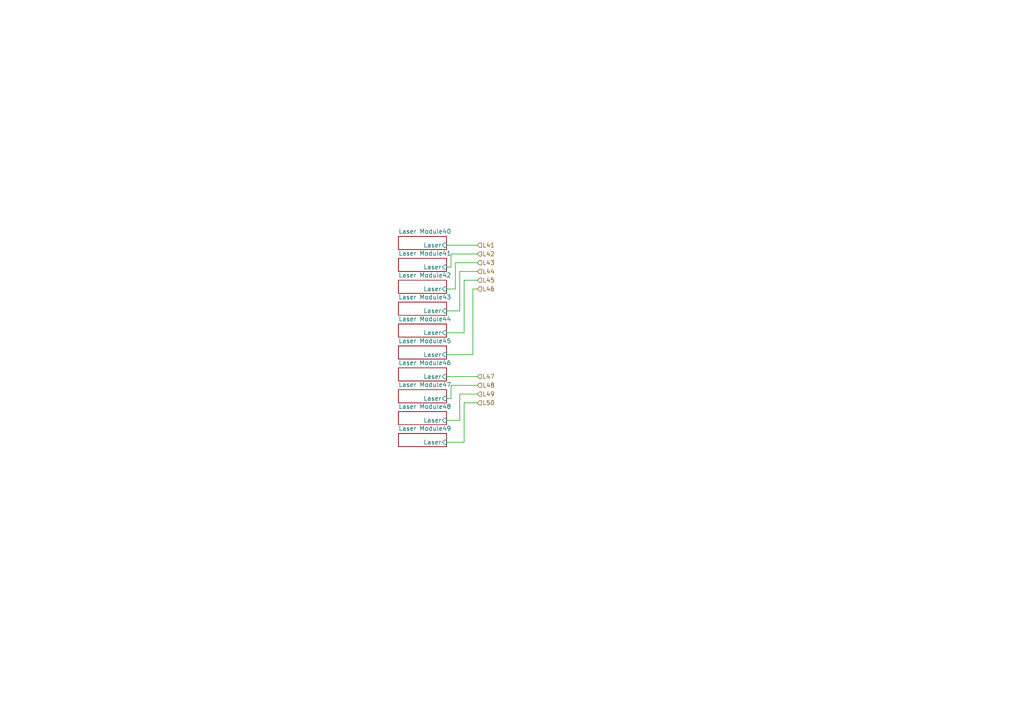
<source format=kicad_sch>
(kicad_sch
	(version 20250114)
	(generator "eeschema")
	(generator_version "9.0")
	(uuid "87b59079-e5fa-4039-8d66-48506bce3302")
	(paper "A4")
	(lib_symbols)
	(wire
		(pts
			(xy 133.35 114.3) (xy 138.43 114.3)
		)
		(stroke
			(width 0)
			(type default)
		)
		(uuid "07a6ac31-bddb-4d67-b76b-7c6422578574")
	)
	(wire
		(pts
			(xy 129.54 109.22) (xy 138.43 109.22)
		)
		(stroke
			(width 0)
			(type default)
		)
		(uuid "105f8e66-85d4-4ea9-bc5b-fa620d0bf1f9")
	)
	(wire
		(pts
			(xy 129.54 71.12) (xy 138.43 71.12)
		)
		(stroke
			(width 0)
			(type default)
		)
		(uuid "1819b0d5-9e0b-4103-a4e3-d7aba17f02f2")
	)
	(wire
		(pts
			(xy 129.54 77.47) (xy 130.81 77.47)
		)
		(stroke
			(width 0)
			(type default)
		)
		(uuid "1a7d3411-9adf-4313-9fc2-4afb22f63358")
	)
	(wire
		(pts
			(xy 130.81 73.66) (xy 138.43 73.66)
		)
		(stroke
			(width 0)
			(type default)
		)
		(uuid "234220b8-063d-4d65-937b-4ec940b24c62")
	)
	(wire
		(pts
			(xy 132.08 83.82) (xy 129.54 83.82)
		)
		(stroke
			(width 0)
			(type default)
		)
		(uuid "2ba0a85b-193e-4797-9e4d-d9a8061d7642")
	)
	(wire
		(pts
			(xy 134.62 116.84) (xy 134.62 128.27)
		)
		(stroke
			(width 0)
			(type default)
		)
		(uuid "2df2a98e-36a9-4781-8f4d-6dfebeaa9233")
	)
	(wire
		(pts
			(xy 138.43 76.2) (xy 132.08 76.2)
		)
		(stroke
			(width 0)
			(type default)
		)
		(uuid "3e12d435-32f3-4091-9520-e73c5abee611")
	)
	(wire
		(pts
			(xy 137.16 102.87) (xy 129.54 102.87)
		)
		(stroke
			(width 0)
			(type default)
		)
		(uuid "520824d0-ae3f-4abe-ac12-753883ea8577")
	)
	(wire
		(pts
			(xy 137.16 83.82) (xy 137.16 102.87)
		)
		(stroke
			(width 0)
			(type default)
		)
		(uuid "5e972f4a-d93c-497b-b64a-be5bd1f216b8")
	)
	(wire
		(pts
			(xy 138.43 83.82) (xy 137.16 83.82)
		)
		(stroke
			(width 0)
			(type default)
		)
		(uuid "6f25353a-6d42-411e-b0d0-967767bdbbe6")
	)
	(wire
		(pts
			(xy 138.43 81.28) (xy 134.62 81.28)
		)
		(stroke
			(width 0)
			(type default)
		)
		(uuid "7e954bc3-53b8-4edc-9b63-583eb80908f6")
	)
	(wire
		(pts
			(xy 133.35 90.17) (xy 133.35 78.74)
		)
		(stroke
			(width 0)
			(type default)
		)
		(uuid "89cb72c8-7c79-4c4b-8641-f2f32ecc7508")
	)
	(wire
		(pts
			(xy 130.81 77.47) (xy 130.81 73.66)
		)
		(stroke
			(width 0)
			(type default)
		)
		(uuid "97a7d590-13eb-4cc0-a257-90004af9de80")
	)
	(wire
		(pts
			(xy 129.54 90.17) (xy 133.35 90.17)
		)
		(stroke
			(width 0)
			(type default)
		)
		(uuid "a15c1e55-fcfb-4648-a3f4-e2e907dd7b28")
	)
	(wire
		(pts
			(xy 138.43 111.76) (xy 130.81 111.76)
		)
		(stroke
			(width 0)
			(type default)
		)
		(uuid "adae5a02-008f-413a-8130-b8421cd758ca")
	)
	(wire
		(pts
			(xy 134.62 96.52) (xy 129.54 96.52)
		)
		(stroke
			(width 0)
			(type default)
		)
		(uuid "afbcec98-ae33-40ed-99e7-651ac04200c4")
	)
	(wire
		(pts
			(xy 134.62 128.27) (xy 129.54 128.27)
		)
		(stroke
			(width 0)
			(type default)
		)
		(uuid "b3548021-1eba-4820-9ff9-25dc03a616b8")
	)
	(wire
		(pts
			(xy 138.43 116.84) (xy 134.62 116.84)
		)
		(stroke
			(width 0)
			(type default)
		)
		(uuid "b6909b6b-7097-4de6-a941-bd8663ebcbd9")
	)
	(wire
		(pts
			(xy 134.62 81.28) (xy 134.62 96.52)
		)
		(stroke
			(width 0)
			(type default)
		)
		(uuid "befadbe3-36b0-4a3a-8bd5-ff0834ab0671")
	)
	(wire
		(pts
			(xy 129.54 121.92) (xy 133.35 121.92)
		)
		(stroke
			(width 0)
			(type default)
		)
		(uuid "c35ae380-a8da-46a5-bcbf-6983b60740a1")
	)
	(wire
		(pts
			(xy 133.35 78.74) (xy 138.43 78.74)
		)
		(stroke
			(width 0)
			(type default)
		)
		(uuid "c8e44600-195c-4968-8abe-b1607a50cb9a")
	)
	(wire
		(pts
			(xy 133.35 121.92) (xy 133.35 114.3)
		)
		(stroke
			(width 0)
			(type default)
		)
		(uuid "c919c996-3f64-44f0-a3e0-e3262ed0e93a")
	)
	(wire
		(pts
			(xy 132.08 76.2) (xy 132.08 83.82)
		)
		(stroke
			(width 0)
			(type default)
		)
		(uuid "ddbdeb67-dd1a-43ef-83c2-79621462f96e")
	)
	(wire
		(pts
			(xy 130.81 115.57) (xy 129.54 115.57)
		)
		(stroke
			(width 0)
			(type default)
		)
		(uuid "e560d4f6-33cc-4863-82d3-bbf6e9b80937")
	)
	(wire
		(pts
			(xy 130.81 111.76) (xy 130.81 115.57)
		)
		(stroke
			(width 0)
			(type default)
		)
		(uuid "e7631d24-4b79-4290-85a3-acf98ade0cf1")
	)
	(hierarchical_label "L45"
		(shape input)
		(at 138.43 81.28 0)
		(effects
			(font
				(size 1.27 1.27)
			)
			(justify left)
		)
		(uuid "07f2a3b5-3a86-450b-b438-c48bc205efba")
	)
	(hierarchical_label "L47"
		(shape input)
		(at 138.43 109.22 0)
		(effects
			(font
				(size 1.27 1.27)
			)
			(justify left)
		)
		(uuid "08a01225-b5a2-4c3a-bf1c-250e38d75ae2")
	)
	(hierarchical_label "L43"
		(shape input)
		(at 138.43 76.2 0)
		(effects
			(font
				(size 1.27 1.27)
			)
			(justify left)
		)
		(uuid "2cba4ed2-106d-410b-ae0a-d20f6d770368")
	)
	(hierarchical_label "L49"
		(shape input)
		(at 138.43 114.3 0)
		(effects
			(font
				(size 1.27 1.27)
			)
			(justify left)
		)
		(uuid "424b9d27-1059-493f-b346-c23dd4a2fd08")
	)
	(hierarchical_label "L50"
		(shape input)
		(at 138.43 116.84 0)
		(effects
			(font
				(size 1.27 1.27)
			)
			(justify left)
		)
		(uuid "8c1bdce2-b7b4-4a9a-a67d-a00776159c8d")
	)
	(hierarchical_label "L46"
		(shape input)
		(at 138.43 83.82 0)
		(effects
			(font
				(size 1.27 1.27)
			)
			(justify left)
		)
		(uuid "a7b9787b-563f-4ba1-bbfc-c72581305a56")
	)
	(hierarchical_label "L42"
		(shape input)
		(at 138.43 73.66 0)
		(effects
			(font
				(size 1.27 1.27)
			)
			(justify left)
		)
		(uuid "b5478880-c3d1-4bf5-a972-233bcdfedb46")
	)
	(hierarchical_label "L41"
		(shape input)
		(at 138.43 71.12 0)
		(effects
			(font
				(size 1.27 1.27)
			)
			(justify left)
		)
		(uuid "cb6732e1-c889-4c64-b027-9eafb4d0d1cf")
	)
	(hierarchical_label "L48"
		(shape input)
		(at 138.43 111.76 0)
		(effects
			(font
				(size 1.27 1.27)
			)
			(justify left)
		)
		(uuid "d296b289-5624-4434-b8c6-396cbf3e4f09")
	)
	(hierarchical_label "L44"
		(shape input)
		(at 138.43 78.74 0)
		(effects
			(font
				(size 1.27 1.27)
			)
			(justify left)
		)
		(uuid "db9e83a3-593f-44da-950c-9483c95a6e0a")
	)
	(sheet
		(at 115.57 106.68)
		(size 13.97 3.81)
		(exclude_from_sim no)
		(in_bom yes)
		(on_board yes)
		(dnp no)
		(fields_autoplaced yes)
		(stroke
			(width 0.1524)
			(type solid)
		)
		(fill
			(color 0 0 0 0.0000)
		)
		(uuid "34a424d0-a99d-415d-b9ce-b33863ce4b18")
		(property "Sheetname" "Laser Module46"
			(at 115.57 105.9684 0)
			(effects
				(font
					(size 1.27 1.27)
				)
				(justify left bottom)
			)
		)
		(property "Sheetfile" "untitled.kicad_sch"
			(at 115.57 111.0746 0)
			(effects
				(font
					(size 1.27 1.27)
				)
				(justify left top)
				(hide yes)
			)
		)
		(pin "Laser" input
			(at 129.54 109.22 0)
			(uuid "d742ffeb-8c84-42a7-bc73-a91ba416bd48")
			(effects
				(font
					(size 1.27 1.27)
				)
				(justify right)
			)
		)
		(instances
			(project "laserboard_2.0"
				(path "/ea355f14-8be2-44af-b81d-a2bbe9832d12/70daf87b-a5ef-4e75-a85e-0d0c1cd21008"
					(page "49")
				)
			)
		)
	)
	(sheet
		(at 115.57 81.28)
		(size 13.97 3.81)
		(exclude_from_sim no)
		(in_bom yes)
		(on_board yes)
		(dnp no)
		(fields_autoplaced yes)
		(stroke
			(width 0.1524)
			(type solid)
		)
		(fill
			(color 0 0 0 0.0000)
		)
		(uuid "3527de80-8710-4741-bb35-7532e2815be7")
		(property "Sheetname" "Laser Module42"
			(at 115.57 80.5684 0)
			(effects
				(font
					(size 1.27 1.27)
				)
				(justify left bottom)
			)
		)
		(property "Sheetfile" "untitled.kicad_sch"
			(at 115.57 85.6746 0)
			(effects
				(font
					(size 1.27 1.27)
				)
				(justify left top)
				(hide yes)
			)
		)
		(pin "Laser" input
			(at 129.54 83.82 0)
			(uuid "2bcf2f63-b771-4fff-bd0a-9f96588bef6c")
			(effects
				(font
					(size 1.27 1.27)
				)
				(justify right)
			)
		)
		(instances
			(project "laserboard_2.0"
				(path "/ea355f14-8be2-44af-b81d-a2bbe9832d12/70daf87b-a5ef-4e75-a85e-0d0c1cd21008"
					(page "45")
				)
			)
		)
	)
	(sheet
		(at 115.57 125.73)
		(size 13.97 3.81)
		(exclude_from_sim no)
		(in_bom yes)
		(on_board yes)
		(dnp no)
		(fields_autoplaced yes)
		(stroke
			(width 0.1524)
			(type solid)
		)
		(fill
			(color 0 0 0 0.0000)
		)
		(uuid "5ae28461-2631-44ea-a13a-6ef2c9bd523f")
		(property "Sheetname" "Laser Module49"
			(at 115.57 125.0184 0)
			(effects
				(font
					(size 1.27 1.27)
				)
				(justify left bottom)
			)
		)
		(property "Sheetfile" "untitled.kicad_sch"
			(at 115.57 130.1246 0)
			(effects
				(font
					(size 1.27 1.27)
				)
				(justify left top)
				(hide yes)
			)
		)
		(pin "Laser" input
			(at 129.54 128.27 0)
			(uuid "cc64b704-f011-4234-86fb-04ee8b5e0d1f")
			(effects
				(font
					(size 1.27 1.27)
				)
				(justify right)
			)
		)
		(instances
			(project "laserboard_2.0"
				(path "/ea355f14-8be2-44af-b81d-a2bbe9832d12/70daf87b-a5ef-4e75-a85e-0d0c1cd21008"
					(page "53")
				)
			)
		)
	)
	(sheet
		(at 115.57 74.93)
		(size 13.97 3.81)
		(exclude_from_sim no)
		(in_bom yes)
		(on_board yes)
		(dnp no)
		(fields_autoplaced yes)
		(stroke
			(width 0.1524)
			(type solid)
		)
		(fill
			(color 0 0 0 0.0000)
		)
		(uuid "67480c15-c72c-4c38-a384-b3f490e93c4e")
		(property "Sheetname" "Laser Module41"
			(at 115.57 74.2184 0)
			(effects
				(font
					(size 1.27 1.27)
				)
				(justify left bottom)
			)
		)
		(property "Sheetfile" "untitled.kicad_sch"
			(at 115.57 79.3246 0)
			(effects
				(font
					(size 1.27 1.27)
				)
				(justify left top)
				(hide yes)
			)
		)
		(pin "Laser" input
			(at 129.54 77.47 0)
			(uuid "8366d2a4-5f60-4dbd-8d9b-5d5faa06f830")
			(effects
				(font
					(size 1.27 1.27)
				)
				(justify right)
			)
		)
		(instances
			(project "laserboard_2.0"
				(path "/ea355f14-8be2-44af-b81d-a2bbe9832d12/70daf87b-a5ef-4e75-a85e-0d0c1cd21008"
					(page "44")
				)
			)
		)
	)
	(sheet
		(at 115.57 113.03)
		(size 13.97 3.81)
		(exclude_from_sim no)
		(in_bom yes)
		(on_board yes)
		(dnp no)
		(fields_autoplaced yes)
		(stroke
			(width 0.1524)
			(type solid)
		)
		(fill
			(color 0 0 0 0.0000)
		)
		(uuid "88f08142-81d2-4bed-b627-3a08bf46a466")
		(property "Sheetname" "Laser Module47"
			(at 115.57 112.3184 0)
			(effects
				(font
					(size 1.27 1.27)
				)
				(justify left bottom)
			)
		)
		(property "Sheetfile" "untitled.kicad_sch"
			(at 115.57 117.4246 0)
			(effects
				(font
					(size 1.27 1.27)
				)
				(justify left top)
				(hide yes)
			)
		)
		(pin "Laser" input
			(at 129.54 115.57 0)
			(uuid "8c983728-befc-44bb-9492-caa0546b9fcb")
			(effects
				(font
					(size 1.27 1.27)
				)
				(justify right)
			)
		)
		(instances
			(project "laserboard_2.0"
				(path "/ea355f14-8be2-44af-b81d-a2bbe9832d12/70daf87b-a5ef-4e75-a85e-0d0c1cd21008"
					(page "50")
				)
			)
		)
	)
	(sheet
		(at 115.57 119.38)
		(size 13.97 3.81)
		(exclude_from_sim no)
		(in_bom yes)
		(on_board yes)
		(dnp no)
		(fields_autoplaced yes)
		(stroke
			(width 0.1524)
			(type solid)
		)
		(fill
			(color 0 0 0 0.0000)
		)
		(uuid "8be8bb99-11f5-4602-a47c-fd7b9a82fe04")
		(property "Sheetname" "Laser Module48"
			(at 115.57 118.6684 0)
			(effects
				(font
					(size 1.27 1.27)
				)
				(justify left bottom)
			)
		)
		(property "Sheetfile" "untitled.kicad_sch"
			(at 115.57 123.7746 0)
			(effects
				(font
					(size 1.27 1.27)
				)
				(justify left top)
				(hide yes)
			)
		)
		(pin "Laser" input
			(at 129.54 121.92 0)
			(uuid "d5a78592-6ce5-4168-931f-d3353e04f70a")
			(effects
				(font
					(size 1.27 1.27)
				)
				(justify right)
			)
		)
		(instances
			(project "laserboard_2.0"
				(path "/ea355f14-8be2-44af-b81d-a2bbe9832d12/70daf87b-a5ef-4e75-a85e-0d0c1cd21008"
					(page "51")
				)
			)
		)
	)
	(sheet
		(at 115.57 100.33)
		(size 13.97 3.81)
		(exclude_from_sim no)
		(in_bom yes)
		(on_board yes)
		(dnp no)
		(fields_autoplaced yes)
		(stroke
			(width 0.1524)
			(type solid)
		)
		(fill
			(color 0 0 0 0.0000)
		)
		(uuid "94dfed94-821d-4a37-8e7a-bf4ae1ac250d")
		(property "Sheetname" "Laser Module45"
			(at 115.57 99.6184 0)
			(effects
				(font
					(size 1.27 1.27)
				)
				(justify left bottom)
			)
		)
		(property "Sheetfile" "untitled.kicad_sch"
			(at 115.57 104.7246 0)
			(effects
				(font
					(size 1.27 1.27)
				)
				(justify left top)
				(hide yes)
			)
		)
		(pin "Laser" input
			(at 129.54 102.87 0)
			(uuid "de5f414f-9d66-4b54-b5de-23b2a12c85c7")
			(effects
				(font
					(size 1.27 1.27)
				)
				(justify right)
			)
		)
		(instances
			(project "laserboard_2.0"
				(path "/ea355f14-8be2-44af-b81d-a2bbe9832d12/70daf87b-a5ef-4e75-a85e-0d0c1cd21008"
					(page "48")
				)
			)
		)
	)
	(sheet
		(at 115.57 93.98)
		(size 13.97 3.81)
		(exclude_from_sim no)
		(in_bom yes)
		(on_board yes)
		(dnp no)
		(fields_autoplaced yes)
		(stroke
			(width 0.1524)
			(type solid)
		)
		(fill
			(color 0 0 0 0.0000)
		)
		(uuid "c57ed95a-7229-4049-972a-09dba4f50b6d")
		(property "Sheetname" "Laser Module44"
			(at 115.57 93.2684 0)
			(effects
				(font
					(size 1.27 1.27)
				)
				(justify left bottom)
			)
		)
		(property "Sheetfile" "untitled.kicad_sch"
			(at 115.57 98.3746 0)
			(effects
				(font
					(size 1.27 1.27)
				)
				(justify left top)
				(hide yes)
			)
		)
		(pin "Laser" input
			(at 129.54 96.52 0)
			(uuid "16e74d0f-9590-41f3-abf7-08171a771501")
			(effects
				(font
					(size 1.27 1.27)
				)
				(justify right)
			)
		)
		(instances
			(project "laserboard_2.0"
				(path "/ea355f14-8be2-44af-b81d-a2bbe9832d12/70daf87b-a5ef-4e75-a85e-0d0c1cd21008"
					(page "47")
				)
			)
		)
	)
	(sheet
		(at 115.57 68.58)
		(size 13.97 3.81)
		(exclude_from_sim no)
		(in_bom yes)
		(on_board yes)
		(dnp no)
		(fields_autoplaced yes)
		(stroke
			(width 0.1524)
			(type solid)
		)
		(fill
			(color 0 0 0 0.0000)
		)
		(uuid "cafe671c-9990-4645-a8fb-61a61356d7aa")
		(property "Sheetname" "Laser Module40"
			(at 115.57 67.8684 0)
			(effects
				(font
					(size 1.27 1.27)
				)
				(justify left bottom)
			)
		)
		(property "Sheetfile" "untitled.kicad_sch"
			(at 115.57 72.9746 0)
			(effects
				(font
					(size 1.27 1.27)
				)
				(justify left top)
				(hide yes)
			)
		)
		(pin "Laser" input
			(at 129.54 71.12 0)
			(uuid "451340f9-7240-406b-b8df-7c0a1ff5c139")
			(effects
				(font
					(size 1.27 1.27)
				)
				(justify right)
			)
		)
		(instances
			(project "laserboard_2.0"
				(path "/ea355f14-8be2-44af-b81d-a2bbe9832d12/70daf87b-a5ef-4e75-a85e-0d0c1cd21008"
					(page "42")
				)
			)
		)
	)
	(sheet
		(at 115.57 87.63)
		(size 13.97 3.81)
		(exclude_from_sim no)
		(in_bom yes)
		(on_board yes)
		(dnp no)
		(fields_autoplaced yes)
		(stroke
			(width 0.1524)
			(type solid)
		)
		(fill
			(color 0 0 0 0.0000)
		)
		(uuid "dd267dfc-59d3-496e-b92d-0e28df83ce18")
		(property "Sheetname" "Laser Module43"
			(at 115.57 86.9184 0)
			(effects
				(font
					(size 1.27 1.27)
				)
				(justify left bottom)
			)
		)
		(property "Sheetfile" "untitled.kicad_sch"
			(at 115.57 92.0246 0)
			(effects
				(font
					(size 1.27 1.27)
				)
				(justify left top)
				(hide yes)
			)
		)
		(pin "Laser" input
			(at 129.54 90.17 0)
			(uuid "17f66ead-5240-4076-aa8a-73da7ca07a63")
			(effects
				(font
					(size 1.27 1.27)
				)
				(justify right)
			)
		)
		(instances
			(project "laserboard_2.0"
				(path "/ea355f14-8be2-44af-b81d-a2bbe9832d12/70daf87b-a5ef-4e75-a85e-0d0c1cd21008"
					(page "46")
				)
			)
		)
	)
)

</source>
